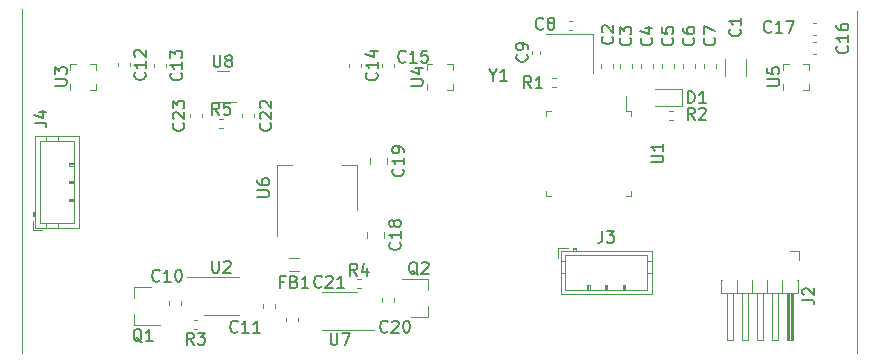
<source format=gbr>
%TF.GenerationSoftware,KiCad,Pcbnew,(5.1.9)-1*%
%TF.CreationDate,2021-09-30T20:50:23+03:00*%
%TF.ProjectId,jantteri-hit-detector,6a616e74-7465-4726-992d-6869742d6465,rev?*%
%TF.SameCoordinates,Original*%
%TF.FileFunction,Legend,Top*%
%TF.FilePolarity,Positive*%
%FSLAX46Y46*%
G04 Gerber Fmt 4.6, Leading zero omitted, Abs format (unit mm)*
G04 Created by KiCad (PCBNEW (5.1.9)-1) date 2021-09-30 20:50:23*
%MOMM*%
%LPD*%
G01*
G04 APERTURE LIST*
%ADD10C,0.120000*%
%ADD11C,0.100000*%
%ADD12C,0.150000*%
G04 APERTURE END LIST*
D10*
X149352000Y-54483000D02*
X149352000Y-25527000D01*
X78613000Y-25400000D02*
X78613000Y-54483000D01*
D11*
%TO.C,U8*%
X95131000Y-30666000D02*
X96131000Y-30666000D01*
D10*
X95031000Y-33266000D02*
X96721000Y-33266000D01*
%TO.C,C1*%
X139975000Y-31064252D02*
X139975000Y-29641748D01*
X138155000Y-31064252D02*
X138155000Y-29641748D01*
%TO.C,C2*%
X127633000Y-30353580D02*
X127633000Y-30072420D01*
X128653000Y-30353580D02*
X128653000Y-30072420D01*
%TO.C,C3*%
X129284000Y-30353580D02*
X129284000Y-30072420D01*
X130304000Y-30353580D02*
X130304000Y-30072420D01*
%TO.C,C4*%
X132082000Y-30353580D02*
X132082000Y-30072420D01*
X131062000Y-30353580D02*
X131062000Y-30072420D01*
%TO.C,C5*%
X133860000Y-30353580D02*
X133860000Y-30072420D01*
X132840000Y-30353580D02*
X132840000Y-30072420D01*
%TO.C,C6*%
X134618000Y-30353580D02*
X134618000Y-30072420D01*
X135638000Y-30353580D02*
X135638000Y-30072420D01*
%TO.C,C7*%
X137416000Y-30353580D02*
X137416000Y-30072420D01*
X136396000Y-30353580D02*
X136396000Y-30072420D01*
%TO.C,C8*%
X125174836Y-26437000D02*
X124959164Y-26437000D01*
X125174836Y-27157000D02*
X124959164Y-27157000D01*
%TO.C,C9*%
X121814000Y-29162836D02*
X121814000Y-28947164D01*
X122534000Y-29162836D02*
X122534000Y-28947164D01*
%TO.C,C10*%
X92077000Y-50138420D02*
X92077000Y-50419580D01*
X91057000Y-50138420D02*
X91057000Y-50419580D01*
%TO.C,C11*%
X99058000Y-50392420D02*
X99058000Y-50673580D01*
X100078000Y-50392420D02*
X100078000Y-50673580D01*
%TO.C,C18*%
X109320000Y-44249748D02*
X109320000Y-44772252D01*
X107850000Y-44249748D02*
X107850000Y-44772252D01*
%TO.C,C19*%
X108104000Y-38026748D02*
X108104000Y-38549252D01*
X109574000Y-38026748D02*
X109574000Y-38549252D01*
%TO.C,C20*%
X110111000Y-50165580D02*
X110111000Y-49884420D01*
X109091000Y-50165580D02*
X109091000Y-49884420D01*
%TO.C,C21*%
X101983000Y-51548420D02*
X101983000Y-51829580D01*
X100963000Y-51548420D02*
X100963000Y-51829580D01*
%TO.C,C22*%
X97280000Y-34263420D02*
X97280000Y-34544580D01*
X98300000Y-34263420D02*
X98300000Y-34544580D01*
%TO.C,C23*%
X93855000Y-34263420D02*
X93855000Y-34544580D01*
X92835000Y-34263420D02*
X92835000Y-34544580D01*
%TO.C,D1*%
X134555500Y-32158000D02*
X132270500Y-32158000D01*
X134555500Y-33628000D02*
X134555500Y-32158000D01*
X132270500Y-33628000D02*
X134555500Y-33628000D01*
%TO.C,FB1*%
X102080122Y-46430000D02*
X101280878Y-46430000D01*
X102080122Y-47550000D02*
X101280878Y-47550000D01*
%TO.C,J2*%
X144397000Y-45849000D02*
X144397000Y-46609000D01*
X143637000Y-45849000D02*
X144397000Y-45849000D01*
X138297000Y-53439000D02*
X138297000Y-49439000D01*
X138817000Y-53439000D02*
X138297000Y-53439000D01*
X138817000Y-49439000D02*
X138817000Y-53439000D01*
X139207323Y-48319000D02*
X139176677Y-48319000D01*
X139192000Y-48319000D02*
X139192000Y-49439000D01*
X139567000Y-53439000D02*
X139567000Y-49439000D01*
X140087000Y-53439000D02*
X139567000Y-53439000D01*
X140087000Y-49439000D02*
X140087000Y-53439000D01*
X140477323Y-48319000D02*
X140446677Y-48319000D01*
X140462000Y-48319000D02*
X140462000Y-49439000D01*
X140837000Y-53439000D02*
X140837000Y-49439000D01*
X141357000Y-53439000D02*
X140837000Y-53439000D01*
X141357000Y-49439000D02*
X141357000Y-53439000D01*
X141747323Y-48319000D02*
X141716677Y-48319000D01*
X141732000Y-48319000D02*
X141732000Y-49439000D01*
X142107000Y-53439000D02*
X142107000Y-49439000D01*
X142627000Y-53439000D02*
X142107000Y-53439000D01*
X142627000Y-49439000D02*
X142627000Y-53439000D01*
X143017323Y-48319000D02*
X142986677Y-48319000D01*
X143002000Y-48319000D02*
X143002000Y-49439000D01*
X143477000Y-49439000D02*
X143477000Y-53439000D01*
X143597000Y-49439000D02*
X143597000Y-53439000D01*
X143717000Y-49439000D02*
X143717000Y-53439000D01*
X143837000Y-49439000D02*
X143837000Y-53439000D01*
X143377000Y-53439000D02*
X143377000Y-49439000D01*
X143897000Y-53439000D02*
X143377000Y-53439000D01*
X143897000Y-49439000D02*
X143897000Y-53439000D01*
X137862000Y-48319000D02*
X137937323Y-48319000D01*
X137862000Y-49439000D02*
X137862000Y-48319000D01*
X144332000Y-49439000D02*
X137862000Y-49439000D01*
X144332000Y-48319000D02*
X144332000Y-49439000D01*
X144256677Y-48319000D02*
X144332000Y-48319000D01*
%TO.C,J3*%
X124047000Y-45634000D02*
X124047000Y-46434000D01*
X124847000Y-45634000D02*
X124047000Y-45634000D01*
X129607000Y-49154000D02*
X129607000Y-48754000D01*
X129707000Y-48754000D02*
X129707000Y-49154000D01*
X129507000Y-48754000D02*
X129707000Y-48754000D01*
X129507000Y-49154000D02*
X129507000Y-48754000D01*
X128107000Y-49154000D02*
X128107000Y-48754000D01*
X128207000Y-48754000D02*
X128207000Y-49154000D01*
X128007000Y-48754000D02*
X128207000Y-48754000D01*
X128007000Y-49154000D02*
X128007000Y-48754000D01*
X126607000Y-49154000D02*
X126607000Y-48754000D01*
X126707000Y-48754000D02*
X126707000Y-49154000D01*
X126507000Y-48754000D02*
X126707000Y-48754000D01*
X126507000Y-49154000D02*
X126507000Y-48754000D01*
X131967000Y-47744000D02*
X131567000Y-47744000D01*
X131967000Y-46744000D02*
X131567000Y-46744000D01*
X124247000Y-47744000D02*
X124647000Y-47744000D01*
X124247000Y-46744000D02*
X124647000Y-46744000D01*
X131567000Y-46234000D02*
X124647000Y-46234000D01*
X131567000Y-49154000D02*
X131567000Y-46234000D01*
X124647000Y-49154000D02*
X131567000Y-49154000D01*
X124647000Y-46234000D02*
X124647000Y-49154000D01*
X125557000Y-45734000D02*
X125257000Y-45734000D01*
X125257000Y-45634000D02*
X125257000Y-45834000D01*
X125557000Y-45634000D02*
X125257000Y-45634000D01*
X125557000Y-45834000D02*
X125557000Y-45634000D01*
X131967000Y-45834000D02*
X124247000Y-45834000D01*
X131967000Y-49554000D02*
X131967000Y-45834000D01*
X124247000Y-49554000D02*
X131967000Y-49554000D01*
X124247000Y-45834000D02*
X124247000Y-49554000D01*
%TO.C,J4*%
X79743000Y-43901000D02*
X83463000Y-43901000D01*
X83463000Y-43901000D02*
X83463000Y-36181000D01*
X83463000Y-36181000D02*
X79743000Y-36181000D01*
X79743000Y-36181000D02*
X79743000Y-43901000D01*
X79743000Y-42591000D02*
X79543000Y-42591000D01*
X79543000Y-42591000D02*
X79543000Y-42891000D01*
X79543000Y-42891000D02*
X79743000Y-42891000D01*
X79643000Y-42591000D02*
X79643000Y-42891000D01*
X80143000Y-43501000D02*
X83063000Y-43501000D01*
X83063000Y-43501000D02*
X83063000Y-36581000D01*
X83063000Y-36581000D02*
X80143000Y-36581000D01*
X80143000Y-36581000D02*
X80143000Y-43501000D01*
X80653000Y-43901000D02*
X80653000Y-43501000D01*
X81653000Y-43901000D02*
X81653000Y-43501000D01*
X80653000Y-36181000D02*
X80653000Y-36581000D01*
X81653000Y-36181000D02*
X81653000Y-36581000D01*
X83063000Y-41641000D02*
X82663000Y-41641000D01*
X82663000Y-41641000D02*
X82663000Y-41441000D01*
X82663000Y-41441000D02*
X83063000Y-41441000D01*
X83063000Y-41541000D02*
X82663000Y-41541000D01*
X83063000Y-40141000D02*
X82663000Y-40141000D01*
X82663000Y-40141000D02*
X82663000Y-39941000D01*
X82663000Y-39941000D02*
X83063000Y-39941000D01*
X83063000Y-40041000D02*
X82663000Y-40041000D01*
X83063000Y-38641000D02*
X82663000Y-38641000D01*
X82663000Y-38641000D02*
X82663000Y-38441000D01*
X82663000Y-38441000D02*
X83063000Y-38441000D01*
X83063000Y-38541000D02*
X82663000Y-38541000D01*
X79543000Y-43301000D02*
X79543000Y-44101000D01*
X79543000Y-44101000D02*
X80343000Y-44101000D01*
%TO.C,Q1*%
X88140000Y-48966000D02*
X89600000Y-48966000D01*
X88140000Y-52126000D02*
X90300000Y-52126000D01*
X88140000Y-52126000D02*
X88140000Y-51196000D01*
X88140000Y-48966000D02*
X88140000Y-49896000D01*
%TO.C,Q2*%
X113012000Y-51430000D02*
X113012000Y-50500000D01*
X113012000Y-48270000D02*
X113012000Y-49200000D01*
X113012000Y-48270000D02*
X110852000Y-48270000D01*
X113012000Y-51430000D02*
X111552000Y-51430000D01*
%TO.C,R1*%
X123849641Y-32003000D02*
X123542359Y-32003000D01*
X123849641Y-31243000D02*
X123542359Y-31243000D01*
%TO.C,R2*%
X133448359Y-34037000D02*
X133755641Y-34037000D01*
X133448359Y-34797000D02*
X133755641Y-34797000D01*
%TO.C,R3*%
X93193359Y-52450000D02*
X93500641Y-52450000D01*
X93193359Y-51690000D02*
X93500641Y-51690000D01*
%TO.C,R4*%
X107339641Y-48261000D02*
X107032359Y-48261000D01*
X107339641Y-49021000D02*
X107032359Y-49021000D01*
%TO.C,R5*%
X95348359Y-35432000D02*
X95655641Y-35432000D01*
X95348359Y-34672000D02*
X95655641Y-34672000D01*
%TO.C,U1*%
X129791000Y-34010500D02*
X129791000Y-32720500D01*
X130241000Y-34010500D02*
X129791000Y-34010500D01*
X130241000Y-34460500D02*
X130241000Y-34010500D01*
X130241000Y-41230500D02*
X129791000Y-41230500D01*
X130241000Y-40780500D02*
X130241000Y-41230500D01*
X123021000Y-34010500D02*
X123471000Y-34010500D01*
X123021000Y-34460500D02*
X123021000Y-34010500D01*
X123021000Y-41230500D02*
X123471000Y-41230500D01*
X123021000Y-40780500D02*
X123021000Y-41230500D01*
%TO.C,U2*%
X95513000Y-48088000D02*
X92638000Y-48088000D01*
X95513000Y-48088000D02*
X97013000Y-48088000D01*
X95513000Y-51308000D02*
X94013000Y-51308000D01*
X95513000Y-51308000D02*
X97013000Y-51308000D01*
%TO.C,U6*%
X100208000Y-44638000D02*
X100208000Y-38628000D01*
X107028000Y-42388000D02*
X107028000Y-38628000D01*
X100208000Y-38628000D02*
X101468000Y-38628000D01*
X107028000Y-38628000D02*
X105768000Y-38628000D01*
%TO.C,U7*%
X105537000Y-49317000D02*
X104037000Y-49317000D01*
X105537000Y-49317000D02*
X107037000Y-49317000D01*
X105537000Y-52537000D02*
X104037000Y-52537000D01*
X105537000Y-52537000D02*
X108412000Y-52537000D01*
%TO.C,Y1*%
X127011000Y-27472000D02*
X123011000Y-27472000D01*
X127011000Y-30772000D02*
X127011000Y-27472000D01*
%TO.C,C12*%
X87759000Y-29971420D02*
X87759000Y-30252580D01*
X86739000Y-29971420D02*
X86739000Y-30252580D01*
%TO.C,C13*%
X89787000Y-30008920D02*
X89787000Y-30290080D01*
X90807000Y-30008920D02*
X90807000Y-30290080D01*
%TO.C,C14*%
X107380500Y-30008920D02*
X107380500Y-30290080D01*
X106360500Y-30008920D02*
X106360500Y-30290080D01*
%TO.C,C15*%
X109154500Y-30008920D02*
X109154500Y-30290080D01*
X110174500Y-30008920D02*
X110174500Y-30290080D01*
%TO.C,C16*%
X145604920Y-28192000D02*
X145886080Y-28192000D01*
X145604920Y-29212000D02*
X145886080Y-29212000D01*
%TO.C,C17*%
X145604920Y-27561000D02*
X145886080Y-27561000D01*
X145604920Y-26541000D02*
X145886080Y-26541000D01*
%TO.C,U3*%
X82720000Y-32215000D02*
X82720000Y-32215000D01*
X82720000Y-31715000D02*
X82720000Y-32215000D01*
X84420000Y-32215000D02*
X84420000Y-32215000D01*
X84920000Y-32215000D02*
X84420000Y-32215000D01*
X84920000Y-31715000D02*
X84920000Y-32215000D01*
X84920000Y-30515000D02*
X84920000Y-30515000D01*
X84920000Y-30015000D02*
X84920000Y-30515000D01*
X84420000Y-30015000D02*
X84920000Y-30015000D01*
X83220000Y-30015000D02*
X83220000Y-30015000D01*
X82720000Y-30015000D02*
X83220000Y-30015000D01*
X82720000Y-30515000D02*
X82720000Y-30015000D01*
%TO.C,U4*%
X112894500Y-30515500D02*
X112894500Y-30015500D01*
X112894500Y-30015500D02*
X113394500Y-30015500D01*
X113394500Y-30015500D02*
X113394500Y-30015500D01*
X114594500Y-30015500D02*
X115094500Y-30015500D01*
X115094500Y-30015500D02*
X115094500Y-30515500D01*
X115094500Y-30515500D02*
X115094500Y-30515500D01*
X115094500Y-31715500D02*
X115094500Y-32215500D01*
X115094500Y-32215500D02*
X114594500Y-32215500D01*
X114594500Y-32215500D02*
X114594500Y-32215500D01*
X112894500Y-31715500D02*
X112894500Y-32215500D01*
X112894500Y-32215500D02*
X112894500Y-32215500D01*
%TO.C,U5*%
X143045000Y-32215000D02*
X143045000Y-32215000D01*
X143045000Y-31715000D02*
X143045000Y-32215000D01*
X144745000Y-32215000D02*
X144745000Y-32215000D01*
X145245000Y-32215000D02*
X144745000Y-32215000D01*
X145245000Y-31715000D02*
X145245000Y-32215000D01*
X145245000Y-30515000D02*
X145245000Y-30515000D01*
X145245000Y-30015000D02*
X145245000Y-30515000D01*
X144745000Y-30015000D02*
X145245000Y-30015000D01*
X143545000Y-30015000D02*
X143545000Y-30015000D01*
X143045000Y-30015000D02*
X143545000Y-30015000D01*
X143045000Y-30515000D02*
X143045000Y-30015000D01*
%TO.C,U8*%
D12*
X94869095Y-29297380D02*
X94869095Y-30106904D01*
X94916714Y-30202142D01*
X94964333Y-30249761D01*
X95059571Y-30297380D01*
X95250047Y-30297380D01*
X95345285Y-30249761D01*
X95392904Y-30202142D01*
X95440523Y-30106904D01*
X95440523Y-29297380D01*
X96059571Y-29725952D02*
X95964333Y-29678333D01*
X95916714Y-29630714D01*
X95869095Y-29535476D01*
X95869095Y-29487857D01*
X95916714Y-29392619D01*
X95964333Y-29345000D01*
X96059571Y-29297380D01*
X96250047Y-29297380D01*
X96345285Y-29345000D01*
X96392904Y-29392619D01*
X96440523Y-29487857D01*
X96440523Y-29535476D01*
X96392904Y-29630714D01*
X96345285Y-29678333D01*
X96250047Y-29725952D01*
X96059571Y-29725952D01*
X95964333Y-29773571D01*
X95916714Y-29821190D01*
X95869095Y-29916428D01*
X95869095Y-30106904D01*
X95916714Y-30202142D01*
X95964333Y-30249761D01*
X96059571Y-30297380D01*
X96250047Y-30297380D01*
X96345285Y-30249761D01*
X96392904Y-30202142D01*
X96440523Y-30106904D01*
X96440523Y-29916428D01*
X96392904Y-29821190D01*
X96345285Y-29773571D01*
X96250047Y-29725952D01*
%TO.C,C1*%
X139422142Y-27090666D02*
X139469761Y-27138285D01*
X139517380Y-27281142D01*
X139517380Y-27376380D01*
X139469761Y-27519238D01*
X139374523Y-27614476D01*
X139279285Y-27662095D01*
X139088809Y-27709714D01*
X138945952Y-27709714D01*
X138755476Y-27662095D01*
X138660238Y-27614476D01*
X138565000Y-27519238D01*
X138517380Y-27376380D01*
X138517380Y-27281142D01*
X138565000Y-27138285D01*
X138612619Y-27090666D01*
X139517380Y-26138285D02*
X139517380Y-26709714D01*
X139517380Y-26424000D02*
X138517380Y-26424000D01*
X138660238Y-26519238D01*
X138755476Y-26614476D01*
X138803095Y-26709714D01*
%TO.C,C2*%
X128627142Y-27725666D02*
X128674761Y-27773285D01*
X128722380Y-27916142D01*
X128722380Y-28011380D01*
X128674761Y-28154238D01*
X128579523Y-28249476D01*
X128484285Y-28297095D01*
X128293809Y-28344714D01*
X128150952Y-28344714D01*
X127960476Y-28297095D01*
X127865238Y-28249476D01*
X127770000Y-28154238D01*
X127722380Y-28011380D01*
X127722380Y-27916142D01*
X127770000Y-27773285D01*
X127817619Y-27725666D01*
X127817619Y-27344714D02*
X127770000Y-27297095D01*
X127722380Y-27201857D01*
X127722380Y-26963761D01*
X127770000Y-26868523D01*
X127817619Y-26820904D01*
X127912857Y-26773285D01*
X128008095Y-26773285D01*
X128150952Y-26820904D01*
X128722380Y-27392333D01*
X128722380Y-26773285D01*
%TO.C,C3*%
X130151142Y-27852666D02*
X130198761Y-27900285D01*
X130246380Y-28043142D01*
X130246380Y-28138380D01*
X130198761Y-28281238D01*
X130103523Y-28376476D01*
X130008285Y-28424095D01*
X129817809Y-28471714D01*
X129674952Y-28471714D01*
X129484476Y-28424095D01*
X129389238Y-28376476D01*
X129294000Y-28281238D01*
X129246380Y-28138380D01*
X129246380Y-28043142D01*
X129294000Y-27900285D01*
X129341619Y-27852666D01*
X129246380Y-27519333D02*
X129246380Y-26900285D01*
X129627333Y-27233619D01*
X129627333Y-27090761D01*
X129674952Y-26995523D01*
X129722571Y-26947904D01*
X129817809Y-26900285D01*
X130055904Y-26900285D01*
X130151142Y-26947904D01*
X130198761Y-26995523D01*
X130246380Y-27090761D01*
X130246380Y-27376476D01*
X130198761Y-27471714D01*
X130151142Y-27519333D01*
%TO.C,C4*%
X131929142Y-27852666D02*
X131976761Y-27900285D01*
X132024380Y-28043142D01*
X132024380Y-28138380D01*
X131976761Y-28281238D01*
X131881523Y-28376476D01*
X131786285Y-28424095D01*
X131595809Y-28471714D01*
X131452952Y-28471714D01*
X131262476Y-28424095D01*
X131167238Y-28376476D01*
X131072000Y-28281238D01*
X131024380Y-28138380D01*
X131024380Y-28043142D01*
X131072000Y-27900285D01*
X131119619Y-27852666D01*
X131357714Y-26995523D02*
X132024380Y-26995523D01*
X130976761Y-27233619D02*
X131691047Y-27471714D01*
X131691047Y-26852666D01*
%TO.C,C5*%
X133707142Y-27852666D02*
X133754761Y-27900285D01*
X133802380Y-28043142D01*
X133802380Y-28138380D01*
X133754761Y-28281238D01*
X133659523Y-28376476D01*
X133564285Y-28424095D01*
X133373809Y-28471714D01*
X133230952Y-28471714D01*
X133040476Y-28424095D01*
X132945238Y-28376476D01*
X132850000Y-28281238D01*
X132802380Y-28138380D01*
X132802380Y-28043142D01*
X132850000Y-27900285D01*
X132897619Y-27852666D01*
X132802380Y-26947904D02*
X132802380Y-27424095D01*
X133278571Y-27471714D01*
X133230952Y-27424095D01*
X133183333Y-27328857D01*
X133183333Y-27090761D01*
X133230952Y-26995523D01*
X133278571Y-26947904D01*
X133373809Y-26900285D01*
X133611904Y-26900285D01*
X133707142Y-26947904D01*
X133754761Y-26995523D01*
X133802380Y-27090761D01*
X133802380Y-27328857D01*
X133754761Y-27424095D01*
X133707142Y-27471714D01*
%TO.C,C6*%
X135485142Y-27852666D02*
X135532761Y-27900285D01*
X135580380Y-28043142D01*
X135580380Y-28138380D01*
X135532761Y-28281238D01*
X135437523Y-28376476D01*
X135342285Y-28424095D01*
X135151809Y-28471714D01*
X135008952Y-28471714D01*
X134818476Y-28424095D01*
X134723238Y-28376476D01*
X134628000Y-28281238D01*
X134580380Y-28138380D01*
X134580380Y-28043142D01*
X134628000Y-27900285D01*
X134675619Y-27852666D01*
X134580380Y-26995523D02*
X134580380Y-27186000D01*
X134628000Y-27281238D01*
X134675619Y-27328857D01*
X134818476Y-27424095D01*
X135008952Y-27471714D01*
X135389904Y-27471714D01*
X135485142Y-27424095D01*
X135532761Y-27376476D01*
X135580380Y-27281238D01*
X135580380Y-27090761D01*
X135532761Y-26995523D01*
X135485142Y-26947904D01*
X135389904Y-26900285D01*
X135151809Y-26900285D01*
X135056571Y-26947904D01*
X135008952Y-26995523D01*
X134961333Y-27090761D01*
X134961333Y-27281238D01*
X135008952Y-27376476D01*
X135056571Y-27424095D01*
X135151809Y-27471714D01*
%TO.C,C7*%
X137263142Y-27852666D02*
X137310761Y-27900285D01*
X137358380Y-28043142D01*
X137358380Y-28138380D01*
X137310761Y-28281238D01*
X137215523Y-28376476D01*
X137120285Y-28424095D01*
X136929809Y-28471714D01*
X136786952Y-28471714D01*
X136596476Y-28424095D01*
X136501238Y-28376476D01*
X136406000Y-28281238D01*
X136358380Y-28138380D01*
X136358380Y-28043142D01*
X136406000Y-27900285D01*
X136453619Y-27852666D01*
X136358380Y-27519333D02*
X136358380Y-26852666D01*
X137358380Y-27281238D01*
%TO.C,C8*%
X122769333Y-27027142D02*
X122721714Y-27074761D01*
X122578857Y-27122380D01*
X122483619Y-27122380D01*
X122340761Y-27074761D01*
X122245523Y-26979523D01*
X122197904Y-26884285D01*
X122150285Y-26693809D01*
X122150285Y-26550952D01*
X122197904Y-26360476D01*
X122245523Y-26265238D01*
X122340761Y-26170000D01*
X122483619Y-26122380D01*
X122578857Y-26122380D01*
X122721714Y-26170000D01*
X122769333Y-26217619D01*
X123340761Y-26550952D02*
X123245523Y-26503333D01*
X123197904Y-26455714D01*
X123150285Y-26360476D01*
X123150285Y-26312857D01*
X123197904Y-26217619D01*
X123245523Y-26170000D01*
X123340761Y-26122380D01*
X123531238Y-26122380D01*
X123626476Y-26170000D01*
X123674095Y-26217619D01*
X123721714Y-26312857D01*
X123721714Y-26360476D01*
X123674095Y-26455714D01*
X123626476Y-26503333D01*
X123531238Y-26550952D01*
X123340761Y-26550952D01*
X123245523Y-26598571D01*
X123197904Y-26646190D01*
X123150285Y-26741428D01*
X123150285Y-26931904D01*
X123197904Y-27027142D01*
X123245523Y-27074761D01*
X123340761Y-27122380D01*
X123531238Y-27122380D01*
X123626476Y-27074761D01*
X123674095Y-27027142D01*
X123721714Y-26931904D01*
X123721714Y-26741428D01*
X123674095Y-26646190D01*
X123626476Y-26598571D01*
X123531238Y-26550952D01*
%TO.C,C9*%
X121371142Y-29221666D02*
X121418761Y-29269285D01*
X121466380Y-29412142D01*
X121466380Y-29507380D01*
X121418761Y-29650238D01*
X121323523Y-29745476D01*
X121228285Y-29793095D01*
X121037809Y-29840714D01*
X120894952Y-29840714D01*
X120704476Y-29793095D01*
X120609238Y-29745476D01*
X120514000Y-29650238D01*
X120466380Y-29507380D01*
X120466380Y-29412142D01*
X120514000Y-29269285D01*
X120561619Y-29221666D01*
X121466380Y-28745476D02*
X121466380Y-28555000D01*
X121418761Y-28459761D01*
X121371142Y-28412142D01*
X121228285Y-28316904D01*
X121037809Y-28269285D01*
X120656857Y-28269285D01*
X120561619Y-28316904D01*
X120514000Y-28364523D01*
X120466380Y-28459761D01*
X120466380Y-28650238D01*
X120514000Y-28745476D01*
X120561619Y-28793095D01*
X120656857Y-28840714D01*
X120894952Y-28840714D01*
X120990190Y-28793095D01*
X121037809Y-28745476D01*
X121085428Y-28650238D01*
X121085428Y-28459761D01*
X121037809Y-28364523D01*
X120990190Y-28316904D01*
X120894952Y-28269285D01*
%TO.C,C10*%
X90289142Y-48363142D02*
X90241523Y-48410761D01*
X90098666Y-48458380D01*
X90003428Y-48458380D01*
X89860571Y-48410761D01*
X89765333Y-48315523D01*
X89717714Y-48220285D01*
X89670095Y-48029809D01*
X89670095Y-47886952D01*
X89717714Y-47696476D01*
X89765333Y-47601238D01*
X89860571Y-47506000D01*
X90003428Y-47458380D01*
X90098666Y-47458380D01*
X90241523Y-47506000D01*
X90289142Y-47553619D01*
X91241523Y-48458380D02*
X90670095Y-48458380D01*
X90955809Y-48458380D02*
X90955809Y-47458380D01*
X90860571Y-47601238D01*
X90765333Y-47696476D01*
X90670095Y-47744095D01*
X91860571Y-47458380D02*
X91955809Y-47458380D01*
X92051047Y-47506000D01*
X92098666Y-47553619D01*
X92146285Y-47648857D01*
X92193904Y-47839333D01*
X92193904Y-48077428D01*
X92146285Y-48267904D01*
X92098666Y-48363142D01*
X92051047Y-48410761D01*
X91955809Y-48458380D01*
X91860571Y-48458380D01*
X91765333Y-48410761D01*
X91717714Y-48363142D01*
X91670095Y-48267904D01*
X91622476Y-48077428D01*
X91622476Y-47839333D01*
X91670095Y-47648857D01*
X91717714Y-47553619D01*
X91765333Y-47506000D01*
X91860571Y-47458380D01*
%TO.C,C11*%
X96893142Y-52681142D02*
X96845523Y-52728761D01*
X96702666Y-52776380D01*
X96607428Y-52776380D01*
X96464571Y-52728761D01*
X96369333Y-52633523D01*
X96321714Y-52538285D01*
X96274095Y-52347809D01*
X96274095Y-52204952D01*
X96321714Y-52014476D01*
X96369333Y-51919238D01*
X96464571Y-51824000D01*
X96607428Y-51776380D01*
X96702666Y-51776380D01*
X96845523Y-51824000D01*
X96893142Y-51871619D01*
X97845523Y-52776380D02*
X97274095Y-52776380D01*
X97559809Y-52776380D02*
X97559809Y-51776380D01*
X97464571Y-51919238D01*
X97369333Y-52014476D01*
X97274095Y-52062095D01*
X98797904Y-52776380D02*
X98226476Y-52776380D01*
X98512190Y-52776380D02*
X98512190Y-51776380D01*
X98416952Y-51919238D01*
X98321714Y-52014476D01*
X98226476Y-52062095D01*
%TO.C,C18*%
X110622142Y-45153857D02*
X110669761Y-45201476D01*
X110717380Y-45344333D01*
X110717380Y-45439571D01*
X110669761Y-45582428D01*
X110574523Y-45677666D01*
X110479285Y-45725285D01*
X110288809Y-45772904D01*
X110145952Y-45772904D01*
X109955476Y-45725285D01*
X109860238Y-45677666D01*
X109765000Y-45582428D01*
X109717380Y-45439571D01*
X109717380Y-45344333D01*
X109765000Y-45201476D01*
X109812619Y-45153857D01*
X110717380Y-44201476D02*
X110717380Y-44772904D01*
X110717380Y-44487190D02*
X109717380Y-44487190D01*
X109860238Y-44582428D01*
X109955476Y-44677666D01*
X110003095Y-44772904D01*
X110145952Y-43630047D02*
X110098333Y-43725285D01*
X110050714Y-43772904D01*
X109955476Y-43820523D01*
X109907857Y-43820523D01*
X109812619Y-43772904D01*
X109765000Y-43725285D01*
X109717380Y-43630047D01*
X109717380Y-43439571D01*
X109765000Y-43344333D01*
X109812619Y-43296714D01*
X109907857Y-43249095D01*
X109955476Y-43249095D01*
X110050714Y-43296714D01*
X110098333Y-43344333D01*
X110145952Y-43439571D01*
X110145952Y-43630047D01*
X110193571Y-43725285D01*
X110241190Y-43772904D01*
X110336428Y-43820523D01*
X110526904Y-43820523D01*
X110622142Y-43772904D01*
X110669761Y-43725285D01*
X110717380Y-43630047D01*
X110717380Y-43439571D01*
X110669761Y-43344333D01*
X110622142Y-43296714D01*
X110526904Y-43249095D01*
X110336428Y-43249095D01*
X110241190Y-43296714D01*
X110193571Y-43344333D01*
X110145952Y-43439571D01*
%TO.C,C19*%
X110876142Y-38930857D02*
X110923761Y-38978476D01*
X110971380Y-39121333D01*
X110971380Y-39216571D01*
X110923761Y-39359428D01*
X110828523Y-39454666D01*
X110733285Y-39502285D01*
X110542809Y-39549904D01*
X110399952Y-39549904D01*
X110209476Y-39502285D01*
X110114238Y-39454666D01*
X110019000Y-39359428D01*
X109971380Y-39216571D01*
X109971380Y-39121333D01*
X110019000Y-38978476D01*
X110066619Y-38930857D01*
X110971380Y-37978476D02*
X110971380Y-38549904D01*
X110971380Y-38264190D02*
X109971380Y-38264190D01*
X110114238Y-38359428D01*
X110209476Y-38454666D01*
X110257095Y-38549904D01*
X110971380Y-37502285D02*
X110971380Y-37311809D01*
X110923761Y-37216571D01*
X110876142Y-37168952D01*
X110733285Y-37073714D01*
X110542809Y-37026095D01*
X110161857Y-37026095D01*
X110066619Y-37073714D01*
X110019000Y-37121333D01*
X109971380Y-37216571D01*
X109971380Y-37407047D01*
X110019000Y-37502285D01*
X110066619Y-37549904D01*
X110161857Y-37597523D01*
X110399952Y-37597523D01*
X110495190Y-37549904D01*
X110542809Y-37502285D01*
X110590428Y-37407047D01*
X110590428Y-37216571D01*
X110542809Y-37121333D01*
X110495190Y-37073714D01*
X110399952Y-37026095D01*
%TO.C,C20*%
X109593142Y-52681142D02*
X109545523Y-52728761D01*
X109402666Y-52776380D01*
X109307428Y-52776380D01*
X109164571Y-52728761D01*
X109069333Y-52633523D01*
X109021714Y-52538285D01*
X108974095Y-52347809D01*
X108974095Y-52204952D01*
X109021714Y-52014476D01*
X109069333Y-51919238D01*
X109164571Y-51824000D01*
X109307428Y-51776380D01*
X109402666Y-51776380D01*
X109545523Y-51824000D01*
X109593142Y-51871619D01*
X109974095Y-51871619D02*
X110021714Y-51824000D01*
X110116952Y-51776380D01*
X110355047Y-51776380D01*
X110450285Y-51824000D01*
X110497904Y-51871619D01*
X110545523Y-51966857D01*
X110545523Y-52062095D01*
X110497904Y-52204952D01*
X109926476Y-52776380D01*
X110545523Y-52776380D01*
X111164571Y-51776380D02*
X111259809Y-51776380D01*
X111355047Y-51824000D01*
X111402666Y-51871619D01*
X111450285Y-51966857D01*
X111497904Y-52157333D01*
X111497904Y-52395428D01*
X111450285Y-52585904D01*
X111402666Y-52681142D01*
X111355047Y-52728761D01*
X111259809Y-52776380D01*
X111164571Y-52776380D01*
X111069333Y-52728761D01*
X111021714Y-52681142D01*
X110974095Y-52585904D01*
X110926476Y-52395428D01*
X110926476Y-52157333D01*
X110974095Y-51966857D01*
X111021714Y-51871619D01*
X111069333Y-51824000D01*
X111164571Y-51776380D01*
%TO.C,C21*%
X104005142Y-48871142D02*
X103957523Y-48918761D01*
X103814666Y-48966380D01*
X103719428Y-48966380D01*
X103576571Y-48918761D01*
X103481333Y-48823523D01*
X103433714Y-48728285D01*
X103386095Y-48537809D01*
X103386095Y-48394952D01*
X103433714Y-48204476D01*
X103481333Y-48109238D01*
X103576571Y-48014000D01*
X103719428Y-47966380D01*
X103814666Y-47966380D01*
X103957523Y-48014000D01*
X104005142Y-48061619D01*
X104386095Y-48061619D02*
X104433714Y-48014000D01*
X104528952Y-47966380D01*
X104767047Y-47966380D01*
X104862285Y-48014000D01*
X104909904Y-48061619D01*
X104957523Y-48156857D01*
X104957523Y-48252095D01*
X104909904Y-48394952D01*
X104338476Y-48966380D01*
X104957523Y-48966380D01*
X105909904Y-48966380D02*
X105338476Y-48966380D01*
X105624190Y-48966380D02*
X105624190Y-47966380D01*
X105528952Y-48109238D01*
X105433714Y-48204476D01*
X105338476Y-48252095D01*
%TO.C,C22*%
X99671142Y-35059857D02*
X99718761Y-35107476D01*
X99766380Y-35250333D01*
X99766380Y-35345571D01*
X99718761Y-35488428D01*
X99623523Y-35583666D01*
X99528285Y-35631285D01*
X99337809Y-35678904D01*
X99194952Y-35678904D01*
X99004476Y-35631285D01*
X98909238Y-35583666D01*
X98814000Y-35488428D01*
X98766380Y-35345571D01*
X98766380Y-35250333D01*
X98814000Y-35107476D01*
X98861619Y-35059857D01*
X98861619Y-34678904D02*
X98814000Y-34631285D01*
X98766380Y-34536047D01*
X98766380Y-34297952D01*
X98814000Y-34202714D01*
X98861619Y-34155095D01*
X98956857Y-34107476D01*
X99052095Y-34107476D01*
X99194952Y-34155095D01*
X99766380Y-34726523D01*
X99766380Y-34107476D01*
X98861619Y-33726523D02*
X98814000Y-33678904D01*
X98766380Y-33583666D01*
X98766380Y-33345571D01*
X98814000Y-33250333D01*
X98861619Y-33202714D01*
X98956857Y-33155095D01*
X99052095Y-33155095D01*
X99194952Y-33202714D01*
X99766380Y-33774142D01*
X99766380Y-33155095D01*
%TO.C,C23*%
X92305142Y-35059857D02*
X92352761Y-35107476D01*
X92400380Y-35250333D01*
X92400380Y-35345571D01*
X92352761Y-35488428D01*
X92257523Y-35583666D01*
X92162285Y-35631285D01*
X91971809Y-35678904D01*
X91828952Y-35678904D01*
X91638476Y-35631285D01*
X91543238Y-35583666D01*
X91448000Y-35488428D01*
X91400380Y-35345571D01*
X91400380Y-35250333D01*
X91448000Y-35107476D01*
X91495619Y-35059857D01*
X91495619Y-34678904D02*
X91448000Y-34631285D01*
X91400380Y-34536047D01*
X91400380Y-34297952D01*
X91448000Y-34202714D01*
X91495619Y-34155095D01*
X91590857Y-34107476D01*
X91686095Y-34107476D01*
X91828952Y-34155095D01*
X92400380Y-34726523D01*
X92400380Y-34107476D01*
X91400380Y-33774142D02*
X91400380Y-33155095D01*
X91781333Y-33488428D01*
X91781333Y-33345571D01*
X91828952Y-33250333D01*
X91876571Y-33202714D01*
X91971809Y-33155095D01*
X92209904Y-33155095D01*
X92305142Y-33202714D01*
X92352761Y-33250333D01*
X92400380Y-33345571D01*
X92400380Y-33631285D01*
X92352761Y-33726523D01*
X92305142Y-33774142D01*
%TO.C,D1*%
X135024904Y-33345380D02*
X135024904Y-32345380D01*
X135263000Y-32345380D01*
X135405857Y-32393000D01*
X135501095Y-32488238D01*
X135548714Y-32583476D01*
X135596333Y-32773952D01*
X135596333Y-32916809D01*
X135548714Y-33107285D01*
X135501095Y-33202523D01*
X135405857Y-33297761D01*
X135263000Y-33345380D01*
X135024904Y-33345380D01*
X136548714Y-33345380D02*
X135977285Y-33345380D01*
X136263000Y-33345380D02*
X136263000Y-32345380D01*
X136167761Y-32488238D01*
X136072523Y-32583476D01*
X135977285Y-32631095D01*
%TO.C,FB1*%
X100847166Y-48468571D02*
X100513833Y-48468571D01*
X100513833Y-48992380D02*
X100513833Y-47992380D01*
X100990023Y-47992380D01*
X101704309Y-48468571D02*
X101847166Y-48516190D01*
X101894785Y-48563809D01*
X101942404Y-48659047D01*
X101942404Y-48801904D01*
X101894785Y-48897142D01*
X101847166Y-48944761D01*
X101751928Y-48992380D01*
X101370976Y-48992380D01*
X101370976Y-47992380D01*
X101704309Y-47992380D01*
X101799547Y-48040000D01*
X101847166Y-48087619D01*
X101894785Y-48182857D01*
X101894785Y-48278095D01*
X101847166Y-48373333D01*
X101799547Y-48420952D01*
X101704309Y-48468571D01*
X101370976Y-48468571D01*
X102894785Y-48992380D02*
X102323357Y-48992380D01*
X102609071Y-48992380D02*
X102609071Y-47992380D01*
X102513833Y-48135238D01*
X102418595Y-48230476D01*
X102323357Y-48278095D01*
%TO.C,J2*%
X144724380Y-50009833D02*
X145438666Y-50009833D01*
X145581523Y-50057452D01*
X145676761Y-50152690D01*
X145724380Y-50295547D01*
X145724380Y-50390785D01*
X144819619Y-49581261D02*
X144772000Y-49533642D01*
X144724380Y-49438404D01*
X144724380Y-49200309D01*
X144772000Y-49105071D01*
X144819619Y-49057452D01*
X144914857Y-49009833D01*
X145010095Y-49009833D01*
X145152952Y-49057452D01*
X145724380Y-49628880D01*
X145724380Y-49009833D01*
%TO.C,J3*%
X127773666Y-44156380D02*
X127773666Y-44870666D01*
X127726047Y-45013523D01*
X127630809Y-45108761D01*
X127487952Y-45156380D01*
X127392714Y-45156380D01*
X128154619Y-44156380D02*
X128773666Y-44156380D01*
X128440333Y-44537333D01*
X128583190Y-44537333D01*
X128678428Y-44584952D01*
X128726047Y-44632571D01*
X128773666Y-44727809D01*
X128773666Y-44965904D01*
X128726047Y-45061142D01*
X128678428Y-45108761D01*
X128583190Y-45156380D01*
X128297476Y-45156380D01*
X128202238Y-45108761D01*
X128154619Y-45061142D01*
%TO.C,J4*%
X79716380Y-35004333D02*
X80430666Y-35004333D01*
X80573523Y-35051952D01*
X80668761Y-35147190D01*
X80716380Y-35290047D01*
X80716380Y-35385285D01*
X80049714Y-34099571D02*
X80716380Y-34099571D01*
X79668761Y-34337666D02*
X80383047Y-34575761D01*
X80383047Y-33956714D01*
%TO.C,Q1*%
X88804761Y-53593619D02*
X88709523Y-53546000D01*
X88614285Y-53450761D01*
X88471428Y-53307904D01*
X88376190Y-53260285D01*
X88280952Y-53260285D01*
X88328571Y-53498380D02*
X88233333Y-53450761D01*
X88138095Y-53355523D01*
X88090476Y-53165047D01*
X88090476Y-52831714D01*
X88138095Y-52641238D01*
X88233333Y-52546000D01*
X88328571Y-52498380D01*
X88519047Y-52498380D01*
X88614285Y-52546000D01*
X88709523Y-52641238D01*
X88757142Y-52831714D01*
X88757142Y-53165047D01*
X88709523Y-53355523D01*
X88614285Y-53450761D01*
X88519047Y-53498380D01*
X88328571Y-53498380D01*
X89709523Y-53498380D02*
X89138095Y-53498380D01*
X89423809Y-53498380D02*
X89423809Y-52498380D01*
X89328571Y-52641238D01*
X89233333Y-52736476D01*
X89138095Y-52784095D01*
%TO.C,Q2*%
X112156761Y-47897619D02*
X112061523Y-47850000D01*
X111966285Y-47754761D01*
X111823428Y-47611904D01*
X111728190Y-47564285D01*
X111632952Y-47564285D01*
X111680571Y-47802380D02*
X111585333Y-47754761D01*
X111490095Y-47659523D01*
X111442476Y-47469047D01*
X111442476Y-47135714D01*
X111490095Y-46945238D01*
X111585333Y-46850000D01*
X111680571Y-46802380D01*
X111871047Y-46802380D01*
X111966285Y-46850000D01*
X112061523Y-46945238D01*
X112109142Y-47135714D01*
X112109142Y-47469047D01*
X112061523Y-47659523D01*
X111966285Y-47754761D01*
X111871047Y-47802380D01*
X111680571Y-47802380D01*
X112490095Y-46897619D02*
X112537714Y-46850000D01*
X112632952Y-46802380D01*
X112871047Y-46802380D01*
X112966285Y-46850000D01*
X113013904Y-46897619D01*
X113061523Y-46992857D01*
X113061523Y-47088095D01*
X113013904Y-47230952D01*
X112442476Y-47802380D01*
X113061523Y-47802380D01*
%TO.C,R1*%
X121753333Y-32075380D02*
X121420000Y-31599190D01*
X121181904Y-32075380D02*
X121181904Y-31075380D01*
X121562857Y-31075380D01*
X121658095Y-31123000D01*
X121705714Y-31170619D01*
X121753333Y-31265857D01*
X121753333Y-31408714D01*
X121705714Y-31503952D01*
X121658095Y-31551571D01*
X121562857Y-31599190D01*
X121181904Y-31599190D01*
X122705714Y-32075380D02*
X122134285Y-32075380D01*
X122420000Y-32075380D02*
X122420000Y-31075380D01*
X122324761Y-31218238D01*
X122229523Y-31313476D01*
X122134285Y-31361095D01*
%TO.C,R2*%
X135596333Y-34742380D02*
X135263000Y-34266190D01*
X135024904Y-34742380D02*
X135024904Y-33742380D01*
X135405857Y-33742380D01*
X135501095Y-33790000D01*
X135548714Y-33837619D01*
X135596333Y-33932857D01*
X135596333Y-34075714D01*
X135548714Y-34170952D01*
X135501095Y-34218571D01*
X135405857Y-34266190D01*
X135024904Y-34266190D01*
X135977285Y-33837619D02*
X136024904Y-33790000D01*
X136120142Y-33742380D01*
X136358238Y-33742380D01*
X136453476Y-33790000D01*
X136501095Y-33837619D01*
X136548714Y-33932857D01*
X136548714Y-34028095D01*
X136501095Y-34170952D01*
X135929666Y-34742380D01*
X136548714Y-34742380D01*
%TO.C,R3*%
X93178333Y-53792380D02*
X92845000Y-53316190D01*
X92606904Y-53792380D02*
X92606904Y-52792380D01*
X92987857Y-52792380D01*
X93083095Y-52840000D01*
X93130714Y-52887619D01*
X93178333Y-52982857D01*
X93178333Y-53125714D01*
X93130714Y-53220952D01*
X93083095Y-53268571D01*
X92987857Y-53316190D01*
X92606904Y-53316190D01*
X93511666Y-52792380D02*
X94130714Y-52792380D01*
X93797380Y-53173333D01*
X93940238Y-53173333D01*
X94035476Y-53220952D01*
X94083095Y-53268571D01*
X94130714Y-53363809D01*
X94130714Y-53601904D01*
X94083095Y-53697142D01*
X94035476Y-53744761D01*
X93940238Y-53792380D01*
X93654523Y-53792380D01*
X93559285Y-53744761D01*
X93511666Y-53697142D01*
%TO.C,R4*%
X107019333Y-47950380D02*
X106686000Y-47474190D01*
X106447904Y-47950380D02*
X106447904Y-46950380D01*
X106828857Y-46950380D01*
X106924095Y-46998000D01*
X106971714Y-47045619D01*
X107019333Y-47140857D01*
X107019333Y-47283714D01*
X106971714Y-47378952D01*
X106924095Y-47426571D01*
X106828857Y-47474190D01*
X106447904Y-47474190D01*
X107876476Y-47283714D02*
X107876476Y-47950380D01*
X107638380Y-46902761D02*
X107400285Y-47617047D01*
X108019333Y-47617047D01*
%TO.C,R5*%
X95335333Y-34334380D02*
X95002000Y-33858190D01*
X94763904Y-34334380D02*
X94763904Y-33334380D01*
X95144857Y-33334380D01*
X95240095Y-33382000D01*
X95287714Y-33429619D01*
X95335333Y-33524857D01*
X95335333Y-33667714D01*
X95287714Y-33762952D01*
X95240095Y-33810571D01*
X95144857Y-33858190D01*
X94763904Y-33858190D01*
X96240095Y-33334380D02*
X95763904Y-33334380D01*
X95716285Y-33810571D01*
X95763904Y-33762952D01*
X95859142Y-33715333D01*
X96097238Y-33715333D01*
X96192476Y-33762952D01*
X96240095Y-33810571D01*
X96287714Y-33905809D01*
X96287714Y-34143904D01*
X96240095Y-34239142D01*
X96192476Y-34286761D01*
X96097238Y-34334380D01*
X95859142Y-34334380D01*
X95763904Y-34286761D01*
X95716285Y-34239142D01*
%TO.C,U1*%
X131933380Y-38382404D02*
X132742904Y-38382404D01*
X132838142Y-38334785D01*
X132885761Y-38287166D01*
X132933380Y-38191928D01*
X132933380Y-38001452D01*
X132885761Y-37906214D01*
X132838142Y-37858595D01*
X132742904Y-37810976D01*
X131933380Y-37810976D01*
X132933380Y-36810976D02*
X132933380Y-37382404D01*
X132933380Y-37096690D02*
X131933380Y-37096690D01*
X132076238Y-37191928D01*
X132171476Y-37287166D01*
X132219095Y-37382404D01*
%TO.C,U2*%
X94751095Y-46700380D02*
X94751095Y-47509904D01*
X94798714Y-47605142D01*
X94846333Y-47652761D01*
X94941571Y-47700380D01*
X95132047Y-47700380D01*
X95227285Y-47652761D01*
X95274904Y-47605142D01*
X95322523Y-47509904D01*
X95322523Y-46700380D01*
X95751095Y-46795619D02*
X95798714Y-46748000D01*
X95893952Y-46700380D01*
X96132047Y-46700380D01*
X96227285Y-46748000D01*
X96274904Y-46795619D01*
X96322523Y-46890857D01*
X96322523Y-46986095D01*
X96274904Y-47128952D01*
X95703476Y-47700380D01*
X96322523Y-47700380D01*
%TO.C,U6*%
X98570380Y-41299904D02*
X99379904Y-41299904D01*
X99475142Y-41252285D01*
X99522761Y-41204666D01*
X99570380Y-41109428D01*
X99570380Y-40918952D01*
X99522761Y-40823714D01*
X99475142Y-40776095D01*
X99379904Y-40728476D01*
X98570380Y-40728476D01*
X98570380Y-39823714D02*
X98570380Y-40014190D01*
X98618000Y-40109428D01*
X98665619Y-40157047D01*
X98808476Y-40252285D01*
X98998952Y-40299904D01*
X99379904Y-40299904D01*
X99475142Y-40252285D01*
X99522761Y-40204666D01*
X99570380Y-40109428D01*
X99570380Y-39918952D01*
X99522761Y-39823714D01*
X99475142Y-39776095D01*
X99379904Y-39728476D01*
X99141809Y-39728476D01*
X99046571Y-39776095D01*
X98998952Y-39823714D01*
X98951333Y-39918952D01*
X98951333Y-40109428D01*
X98998952Y-40204666D01*
X99046571Y-40252285D01*
X99141809Y-40299904D01*
%TO.C,U7*%
X104775095Y-52829380D02*
X104775095Y-53638904D01*
X104822714Y-53734142D01*
X104870333Y-53781761D01*
X104965571Y-53829380D01*
X105156047Y-53829380D01*
X105251285Y-53781761D01*
X105298904Y-53734142D01*
X105346523Y-53638904D01*
X105346523Y-52829380D01*
X105727476Y-52829380D02*
X106394142Y-52829380D01*
X105965571Y-53829380D01*
%TO.C,Y1*%
X118522809Y-30964190D02*
X118522809Y-31440380D01*
X118189476Y-30440380D02*
X118522809Y-30964190D01*
X118856142Y-30440380D01*
X119713285Y-31440380D02*
X119141857Y-31440380D01*
X119427571Y-31440380D02*
X119427571Y-30440380D01*
X119332333Y-30583238D01*
X119237095Y-30678476D01*
X119141857Y-30726095D01*
%TO.C,C12*%
X89036142Y-30754857D02*
X89083761Y-30802476D01*
X89131380Y-30945333D01*
X89131380Y-31040571D01*
X89083761Y-31183428D01*
X88988523Y-31278666D01*
X88893285Y-31326285D01*
X88702809Y-31373904D01*
X88559952Y-31373904D01*
X88369476Y-31326285D01*
X88274238Y-31278666D01*
X88179000Y-31183428D01*
X88131380Y-31040571D01*
X88131380Y-30945333D01*
X88179000Y-30802476D01*
X88226619Y-30754857D01*
X89131380Y-29802476D02*
X89131380Y-30373904D01*
X89131380Y-30088190D02*
X88131380Y-30088190D01*
X88274238Y-30183428D01*
X88369476Y-30278666D01*
X88417095Y-30373904D01*
X88226619Y-29421523D02*
X88179000Y-29373904D01*
X88131380Y-29278666D01*
X88131380Y-29040571D01*
X88179000Y-28945333D01*
X88226619Y-28897714D01*
X88321857Y-28850095D01*
X88417095Y-28850095D01*
X88559952Y-28897714D01*
X89131380Y-29469142D01*
X89131380Y-28850095D01*
%TO.C,C13*%
X92114642Y-30805357D02*
X92162261Y-30852976D01*
X92209880Y-30995833D01*
X92209880Y-31091071D01*
X92162261Y-31233928D01*
X92067023Y-31329166D01*
X91971785Y-31376785D01*
X91781309Y-31424404D01*
X91638452Y-31424404D01*
X91447976Y-31376785D01*
X91352738Y-31329166D01*
X91257500Y-31233928D01*
X91209880Y-31091071D01*
X91209880Y-30995833D01*
X91257500Y-30852976D01*
X91305119Y-30805357D01*
X92209880Y-29852976D02*
X92209880Y-30424404D01*
X92209880Y-30138690D02*
X91209880Y-30138690D01*
X91352738Y-30233928D01*
X91447976Y-30329166D01*
X91495595Y-30424404D01*
X91209880Y-29519642D02*
X91209880Y-28900595D01*
X91590833Y-29233928D01*
X91590833Y-29091071D01*
X91638452Y-28995833D01*
X91686071Y-28948214D01*
X91781309Y-28900595D01*
X92019404Y-28900595D01*
X92114642Y-28948214D01*
X92162261Y-28995833D01*
X92209880Y-29091071D01*
X92209880Y-29376785D01*
X92162261Y-29472023D01*
X92114642Y-29519642D01*
%TO.C,C14*%
X108657642Y-30792357D02*
X108705261Y-30839976D01*
X108752880Y-30982833D01*
X108752880Y-31078071D01*
X108705261Y-31220928D01*
X108610023Y-31316166D01*
X108514785Y-31363785D01*
X108324309Y-31411404D01*
X108181452Y-31411404D01*
X107990976Y-31363785D01*
X107895738Y-31316166D01*
X107800500Y-31220928D01*
X107752880Y-31078071D01*
X107752880Y-30982833D01*
X107800500Y-30839976D01*
X107848119Y-30792357D01*
X108752880Y-29839976D02*
X108752880Y-30411404D01*
X108752880Y-30125690D02*
X107752880Y-30125690D01*
X107895738Y-30220928D01*
X107990976Y-30316166D01*
X108038595Y-30411404D01*
X108086214Y-28982833D02*
X108752880Y-28982833D01*
X107705261Y-29220928D02*
X108419547Y-29459023D01*
X108419547Y-28839976D01*
%TO.C,C15*%
X111117142Y-29821142D02*
X111069523Y-29868761D01*
X110926666Y-29916380D01*
X110831428Y-29916380D01*
X110688571Y-29868761D01*
X110593333Y-29773523D01*
X110545714Y-29678285D01*
X110498095Y-29487809D01*
X110498095Y-29344952D01*
X110545714Y-29154476D01*
X110593333Y-29059238D01*
X110688571Y-28964000D01*
X110831428Y-28916380D01*
X110926666Y-28916380D01*
X111069523Y-28964000D01*
X111117142Y-29011619D01*
X112069523Y-29916380D02*
X111498095Y-29916380D01*
X111783809Y-29916380D02*
X111783809Y-28916380D01*
X111688571Y-29059238D01*
X111593333Y-29154476D01*
X111498095Y-29202095D01*
X112974285Y-28916380D02*
X112498095Y-28916380D01*
X112450476Y-29392571D01*
X112498095Y-29344952D01*
X112593333Y-29297333D01*
X112831428Y-29297333D01*
X112926666Y-29344952D01*
X112974285Y-29392571D01*
X113021904Y-29487809D01*
X113021904Y-29725904D01*
X112974285Y-29821142D01*
X112926666Y-29868761D01*
X112831428Y-29916380D01*
X112593333Y-29916380D01*
X112498095Y-29868761D01*
X112450476Y-29821142D01*
%TO.C,C16*%
X148502642Y-28519357D02*
X148550261Y-28566976D01*
X148597880Y-28709833D01*
X148597880Y-28805071D01*
X148550261Y-28947928D01*
X148455023Y-29043166D01*
X148359785Y-29090785D01*
X148169309Y-29138404D01*
X148026452Y-29138404D01*
X147835976Y-29090785D01*
X147740738Y-29043166D01*
X147645500Y-28947928D01*
X147597880Y-28805071D01*
X147597880Y-28709833D01*
X147645500Y-28566976D01*
X147693119Y-28519357D01*
X148597880Y-27566976D02*
X148597880Y-28138404D01*
X148597880Y-27852690D02*
X147597880Y-27852690D01*
X147740738Y-27947928D01*
X147835976Y-28043166D01*
X147883595Y-28138404D01*
X147597880Y-26709833D02*
X147597880Y-26900309D01*
X147645500Y-26995547D01*
X147693119Y-27043166D01*
X147835976Y-27138404D01*
X148026452Y-27186023D01*
X148407404Y-27186023D01*
X148502642Y-27138404D01*
X148550261Y-27090785D01*
X148597880Y-26995547D01*
X148597880Y-26805071D01*
X148550261Y-26709833D01*
X148502642Y-26662214D01*
X148407404Y-26614595D01*
X148169309Y-26614595D01*
X148074071Y-26662214D01*
X148026452Y-26709833D01*
X147978833Y-26805071D01*
X147978833Y-26995547D01*
X148026452Y-27090785D01*
X148074071Y-27138404D01*
X148169309Y-27186023D01*
%TO.C,C17*%
X142067642Y-27281142D02*
X142020023Y-27328761D01*
X141877166Y-27376380D01*
X141781928Y-27376380D01*
X141639071Y-27328761D01*
X141543833Y-27233523D01*
X141496214Y-27138285D01*
X141448595Y-26947809D01*
X141448595Y-26804952D01*
X141496214Y-26614476D01*
X141543833Y-26519238D01*
X141639071Y-26424000D01*
X141781928Y-26376380D01*
X141877166Y-26376380D01*
X142020023Y-26424000D01*
X142067642Y-26471619D01*
X143020023Y-27376380D02*
X142448595Y-27376380D01*
X142734309Y-27376380D02*
X142734309Y-26376380D01*
X142639071Y-26519238D01*
X142543833Y-26614476D01*
X142448595Y-26662095D01*
X143353357Y-26376380D02*
X144020023Y-26376380D01*
X143591452Y-27376380D01*
%TO.C,U3*%
X81422380Y-31876904D02*
X82231904Y-31876904D01*
X82327142Y-31829285D01*
X82374761Y-31781666D01*
X82422380Y-31686428D01*
X82422380Y-31495952D01*
X82374761Y-31400714D01*
X82327142Y-31353095D01*
X82231904Y-31305476D01*
X81422380Y-31305476D01*
X81422380Y-30924523D02*
X81422380Y-30305476D01*
X81803333Y-30638809D01*
X81803333Y-30495952D01*
X81850952Y-30400714D01*
X81898571Y-30353095D01*
X81993809Y-30305476D01*
X82231904Y-30305476D01*
X82327142Y-30353095D01*
X82374761Y-30400714D01*
X82422380Y-30495952D01*
X82422380Y-30781666D01*
X82374761Y-30876904D01*
X82327142Y-30924523D01*
%TO.C,U4*%
X111596880Y-31877404D02*
X112406404Y-31877404D01*
X112501642Y-31829785D01*
X112549261Y-31782166D01*
X112596880Y-31686928D01*
X112596880Y-31496452D01*
X112549261Y-31401214D01*
X112501642Y-31353595D01*
X112406404Y-31305976D01*
X111596880Y-31305976D01*
X111930214Y-30401214D02*
X112596880Y-30401214D01*
X111549261Y-30639309D02*
X112263547Y-30877404D01*
X112263547Y-30258357D01*
%TO.C,U5*%
X141747380Y-31876904D02*
X142556904Y-31876904D01*
X142652142Y-31829285D01*
X142699761Y-31781666D01*
X142747380Y-31686428D01*
X142747380Y-31495952D01*
X142699761Y-31400714D01*
X142652142Y-31353095D01*
X142556904Y-31305476D01*
X141747380Y-31305476D01*
X141747380Y-30353095D02*
X141747380Y-30829285D01*
X142223571Y-30876904D01*
X142175952Y-30829285D01*
X142128333Y-30734047D01*
X142128333Y-30495952D01*
X142175952Y-30400714D01*
X142223571Y-30353095D01*
X142318809Y-30305476D01*
X142556904Y-30305476D01*
X142652142Y-30353095D01*
X142699761Y-30400714D01*
X142747380Y-30495952D01*
X142747380Y-30734047D01*
X142699761Y-30829285D01*
X142652142Y-30876904D01*
%TD*%
M02*

</source>
